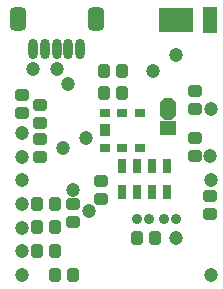
<source format=gts>
G04 Layer_Color=8388736*
%FSLAX25Y25*%
%MOIN*%
G70*
G01*
G75*
G04:AMPARAMS|DCode=34|XSize=47.37mil|YSize=39.5mil|CornerRadius=11.87mil|HoleSize=0mil|Usage=FLASHONLY|Rotation=90.000|XOffset=0mil|YOffset=0mil|HoleType=Round|Shape=RoundedRectangle|*
%AMROUNDEDRECTD34*
21,1,0.04737,0.01575,0,0,90.0*
21,1,0.02362,0.03950,0,0,90.0*
1,1,0.02375,0.00787,0.01181*
1,1,0.02375,0.00787,-0.01181*
1,1,0.02375,-0.00787,-0.01181*
1,1,0.02375,-0.00787,0.01181*
%
%ADD34ROUNDEDRECTD34*%
G04:AMPARAMS|DCode=35|XSize=47.37mil|YSize=39.5mil|CornerRadius=11.87mil|HoleSize=0mil|Usage=FLASHONLY|Rotation=180.000|XOffset=0mil|YOffset=0mil|HoleType=Round|Shape=RoundedRectangle|*
%AMROUNDEDRECTD35*
21,1,0.04737,0.01575,0,0,180.0*
21,1,0.02362,0.03950,0,0,180.0*
1,1,0.02375,-0.01181,0.00787*
1,1,0.02375,0.01181,0.00787*
1,1,0.02375,0.01181,-0.00787*
1,1,0.02375,-0.01181,-0.00787*
%
%ADD35ROUNDEDRECTD35*%
%ADD36R,0.05524X0.04737*%
G04:AMPARAMS|DCode=37|XSize=70.99mil|YSize=55.24mil|CornerRadius=0mil|HoleSize=0mil|Usage=FLASHONLY|Rotation=90.000|XOffset=0mil|YOffset=0mil|HoleType=Round|Shape=Octagon|*
%AMOCTAGOND37*
4,1,8,0.01381,0.03550,-0.01381,0.03550,-0.02762,0.02168,-0.02762,-0.02168,-0.01381,-0.03550,0.01381,-0.03550,0.02762,-0.02168,0.02762,0.02168,0.01381,0.03550,0.0*
%
%ADD37OCTAGOND37*%

%ADD38R,0.03556X0.03162*%
%ADD39R,0.03556X0.03950*%
%ADD40R,0.02768X0.04737*%
G04:AMPARAMS|DCode=41|XSize=31.62mil|YSize=31.62mil|CornerRadius=9.9mil|HoleSize=0mil|Usage=FLASHONLY|Rotation=270.000|XOffset=0mil|YOffset=0mil|HoleType=Round|Shape=RoundedRectangle|*
%AMROUNDEDRECTD41*
21,1,0.03162,0.01181,0,0,270.0*
21,1,0.01181,0.03162,0,0,270.0*
1,1,0.01981,-0.00591,-0.00591*
1,1,0.01981,-0.00591,0.00591*
1,1,0.01981,0.00591,0.00591*
1,1,0.01981,0.00591,-0.00591*
%
%ADD41ROUNDEDRECTD41*%
%ADD42R,0.11811X0.07874*%
%ADD43R,0.04737X0.08674*%
G04:AMPARAMS|DCode=44|XSize=55.24mil|YSize=78.87mil|CornerRadius=15.81mil|HoleSize=0mil|Usage=FLASHONLY|Rotation=0.000|XOffset=0mil|YOffset=0mil|HoleType=Round|Shape=RoundedRectangle|*
%AMROUNDEDRECTD44*
21,1,0.05524,0.04724,0,0,0.0*
21,1,0.02362,0.07887,0,0,0.0*
1,1,0.03162,0.01181,-0.02362*
1,1,0.03162,-0.01181,-0.02362*
1,1,0.03162,-0.01181,0.02362*
1,1,0.03162,0.01181,0.02362*
%
%ADD44ROUNDEDRECTD44*%
%ADD45O,0.03162X0.06902*%
%ADD46C,0.04737*%
D34*
X525295Y263681D02*
D03*
X519193D02*
D03*
X525197Y271555D02*
D03*
X519095D02*
D03*
X519193Y255807D02*
D03*
X525295D02*
D03*
X525295Y247933D02*
D03*
X531398D02*
D03*
X558661Y260236D02*
D03*
X552559D02*
D03*
X541535Y308465D02*
D03*
X547638D02*
D03*
X541535Y315748D02*
D03*
X547638D02*
D03*
D35*
X514272Y307776D02*
D03*
Y301673D02*
D03*
X520177Y298425D02*
D03*
Y304528D02*
D03*
X531299Y265453D02*
D03*
Y271555D02*
D03*
X577067Y274114D02*
D03*
Y268012D02*
D03*
X571949Y293602D02*
D03*
Y287500D02*
D03*
X571752Y309154D02*
D03*
Y303051D02*
D03*
X520079Y293209D02*
D03*
Y287106D02*
D03*
X540453Y273130D02*
D03*
Y279232D02*
D03*
D36*
X562894Y296752D02*
D03*
D37*
Y303051D02*
D03*
D38*
X541831Y301969D02*
D03*
X547736D02*
D03*
X553642D02*
D03*
Y290158D02*
D03*
X541831D02*
D03*
X547736Y290158D02*
D03*
D39*
X541831Y296063D02*
D03*
D40*
X547736Y275394D02*
D03*
Y284055D02*
D03*
X552658D02*
D03*
X557579D02*
D03*
X562500D02*
D03*
Y275394D02*
D03*
X557579D02*
D03*
X552658D02*
D03*
D41*
X561713Y266437D02*
D03*
X565650D02*
D03*
X552559D02*
D03*
X556496D02*
D03*
D42*
X565551Y332776D02*
D03*
D43*
X576772D02*
D03*
D44*
X512795Y333169D02*
D03*
X538779D02*
D03*
D45*
X517913Y323228D02*
D03*
X521850D02*
D03*
X533661Y323248D02*
D03*
X529724Y323228D02*
D03*
X525787D02*
D03*
D46*
X565650Y260236D02*
D03*
X517913Y316535D02*
D03*
X527854Y290059D02*
D03*
X531299Y276083D02*
D03*
X514124Y263632D02*
D03*
X514343Y287231D02*
D03*
X514269Y279432D02*
D03*
X525787Y316634D02*
D03*
X514217Y295232D02*
D03*
X514295Y271532D02*
D03*
X577165Y247933D02*
D03*
X514076Y247932D02*
D03*
X514099Y255832D02*
D03*
X576898Y287332D02*
D03*
X577161Y279532D02*
D03*
X577146Y303031D02*
D03*
X536500Y269200D02*
D03*
X535700Y293600D02*
D03*
X557800Y315800D02*
D03*
X529724Y311319D02*
D03*
X565650Y321063D02*
D03*
M02*

</source>
